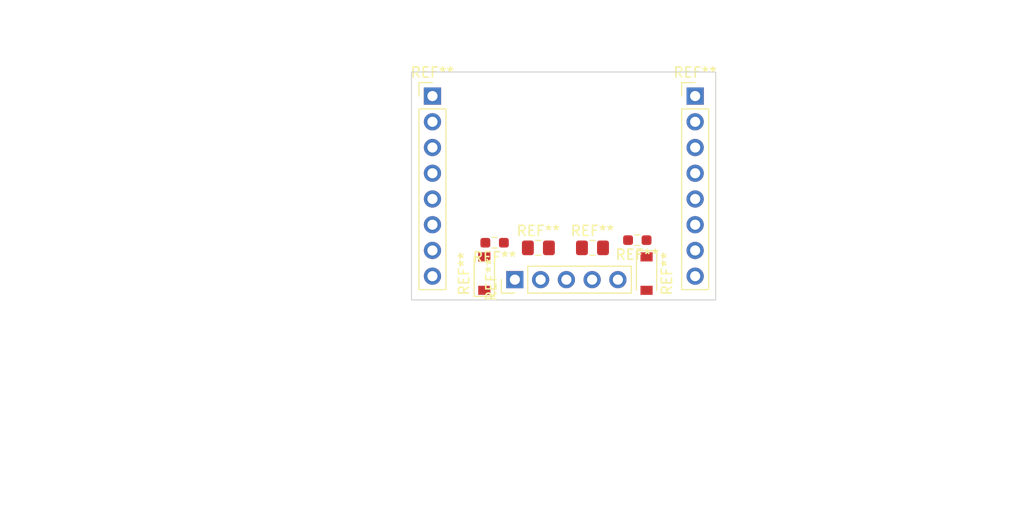
<source format=kicad_pcb>
(kicad_pcb (version 20211014) (generator pcbnew)
  (layers (0 "F.Cu" signal) (31 "B.Cu" signal) (34 "B.Paste" user) (35 "F.Paste" user) (36 "B.SilkS" user "B.Silkscreen") (37 "F.SilkS" user "F.Silkscreen") (38 "B.Mask" user) (39 "F.Mask" user) (44 "Edge.Cuts" user))
  (net 0 "")
  (footprint "Connector_PinHeader_2.54mm:PinHeader_1x08_P2.54mm_Vertical" (layer "F.Cu") (at 163.068 87.376)
    (fp_text reference "REF**" (at 0 -2.33) (layer "F.SilkS"))
    (fp_text value "PinHeader_1x08_P2.54mm_Vertical")
    (fp_line (start -1.33 1.27) (end -1.33 19.11) (layer "F.SilkS") (width 0.12))
    (fp_line (start -1.33 -1.33) (end 0 -1.33) (layer "F.SilkS") (width 0.12))
    (fp_line (start 1.33 1.27) (end 1.33 19.11) (layer "F.SilkS") (width 0.12))
    (fp_line (start -1.33 19.11) (end 1.33 19.11) (layer "F.SilkS") (width 0.12))
    (fp_line (start -1.33 1.27) (end 1.33 1.27) (layer "F.SilkS") (width 0.12))
    (fp_line (start -1.33 0) (end -1.33 -1.33) (layer "F.SilkS") (width 0.12))
    (pad "1" thru_hole rect (at 0 0) (size 1.7 1.7) (drill 1) (layers *.Cu *.Mask))
    (pad "2" thru_hole oval (at 0 2.54) (size 1.7 1.7) (drill 1) (layers *.Cu *.Mask))
    (pad "3" thru_hole oval (at 0 5.08) (size 1.7 1.7) (drill 1) (layers *.Cu *.Mask))
    (pad "4" thru_hole oval (at 0 7.62) (size 1.7 1.7) (drill 1) (layers *.Cu *.Mask))
    (pad "5" thru_hole oval (at 0 10.16) (size 1.7 1.7) (drill 1) (layers *.Cu *.Mask))
    (pad "6" thru_hole oval (at 0 12.7) (size 1.7 1.7) (drill 1) (layers *.Cu *.Mask))
    (pad "7" thru_hole oval (at 0 15.24) (size 1.7 1.7) (drill 1) (layers *.Cu *.Mask))
    (pad "8" thru_hole oval (at 0 17.78) (size 1.7 1.7) (drill 1) (layers *.Cu *.Mask))
  )
  (footprint "Resistor_SMD:R_0603_1608Metric_Pad0.98x0.95mm_HandSolder" (layer "F.Cu") (at 183.2705 101.6 180)
    (fp_text reference "REF**" (at 0 -1.43) (layer "F.SilkS"))
    (fp_text value "R_0603_1608Metric_Pad0.98x0.95mm_HandSolder")
    (fp_line (start -0.254724 0.5225) (end 0.254724 0.5225) (layer "F.SilkS") (width 0.12))
    (fp_line (start -0.254724 -0.5225) (end 0.254724 -0.5225) (layer "F.SilkS") (width 0.12))
    (pad "1" smd roundrect (at -0.9125 0 180) (size 0.975 0.95) (layers "F.Cu" "F.Paste" "F.Mask"))
    (pad "2" smd roundrect (at 0.9125 0 180) (size 0.975 0.95) (layers "F.Cu" "F.Paste" "F.Mask"))
  )
  (footprint "Connector_PinHeader_2.54mm:PinHeader_1x08_P2.54mm_Vertical" (layer "F.Cu") (at 188.976 87.376)
    (fp_text reference "REF**" (at 0 -2.33) (layer "F.SilkS"))
    (fp_text value "PinHeader_1x08_P2.54mm_Vertical")
    (fp_line (start -1.33 1.27) (end -1.33 19.11) (layer "F.SilkS") (width 0.12))
    (fp_line (start -1.33 1.27) (end 1.33 1.27) (layer "F.SilkS") (width 0.12))
    (fp_line (start 1.33 1.27) (end 1.33 19.11) (layer "F.SilkS") (width 0.12))
    (fp_line (start -1.33 19.11) (end 1.33 19.11) (layer "F.SilkS") (width 0.12))
    (fp_line (start -1.33 -1.33) (end 0 -1.33) (layer "F.SilkS") (width 0.12))
    (fp_line (start -1.33 0) (end -1.33 -1.33) (layer "F.SilkS") (width 0.12))
    (pad "1" thru_hole rect (at 0 0) (size 1.7 1.7) (drill 1) (layers *.Cu *.Mask))
    (pad "2" thru_hole oval (at 0 2.54) (size 1.7 1.7) (drill 1) (layers *.Cu *.Mask))
    (pad "3" thru_hole oval (at 0 5.08) (size 1.7 1.7) (drill 1) (layers *.Cu *.Mask))
    (pad "4" thru_hole oval (at 0 7.62) (size 1.7 1.7) (drill 1) (layers *.Cu *.Mask))
    (pad "5" thru_hole oval (at 0 10.16) (size 1.7 1.7) (drill 1) (layers *.Cu *.Mask))
    (pad "6" thru_hole oval (at 0 12.7) (size 1.7 1.7) (drill 1) (layers *.Cu *.Mask))
    (pad "7" thru_hole oval (at 0 15.24) (size 1.7 1.7) (drill 1) (layers *.Cu *.Mask))
    (pad "8" thru_hole oval (at 0 17.78) (size 1.7 1.7) (drill 1) (layers *.Cu *.Mask))
  )
  (footprint "Capacitor_SMD:C_0805_2012Metric_Pad1.18x1.45mm_HandSolder" (layer "F.Cu") (at 178.849 102.362)
    (fp_text reference "REF**" (at 0 -1.68) (layer "F.SilkS"))
    (fp_text value "C_0805_2012Metric_Pad1.18x1.45mm_HandSolder")
    (fp_line (start -0.261252 0.735) (end 0.261252 0.735) (layer "F.SilkS") (width 0.12))
    (fp_line (start -0.261252 -0.735) (end 0.261252 -0.735) (layer "F.SilkS") (width 0.12))
    (pad "1" smd roundrect (at -1.0375 0) (size 1.175 1.45) (layers "F.Cu" "F.Paste" "F.Mask") (roundrect_rratio 0.212766))
    (pad "2" smd roundrect (at 1.0375 0) (size 1.175 1.45) (layers "F.Cu" "F.Paste" "F.Mask") (roundrect_rratio 0.212766))
  )
  (footprint "Capacitor_SMD:C_0805_2012Metric_Pad1.18x1.45mm_HandSolder" (layer "F.Cu") (at 173.515 102.362)
    (fp_text reference "REF**" (at 0 -1.68) (layer "F.SilkS"))
    (fp_text value "C_0805_2012Metric_Pad1.18x1.45mm_HandSolder")
    (fp_line (start -0.261252 -0.735) (end 0.261252 -0.735) (layer "F.SilkS") (width 0.12))
    (fp_line (start -0.261252 0.735) (end 0.261252 0.735) (layer "F.SilkS") (width 0.12))
    (pad "1" smd roundrect (at -1.0375 0) (size 1.175 1.45) (layers "F.Cu" "F.Paste" "F.Mask") (roundrect_rratio 0.212766))
    (pad "2" smd roundrect (at 1.0375 0) (size 1.175 1.45) (layers "F.Cu" "F.Paste" "F.Mask") (roundrect_rratio 0.212766))
  )
  (footprint "Diode_SMD:D_SOD-123" (layer "F.Cu") (at 184.183 104.902 -90)
    (fp_text reference "REF**" (at 0 -2 90) (layer "F.SilkS"))
    (fp_text value "D_SOD-123")
    (fp_line (start -2.25 -1) (end 1.65 -1) (layer "F.SilkS") (width 0.12))
    (fp_line (start -2.25 1) (end 1.65 1) (layer "F.SilkS") (width 0.12))
    (fp_line (start -2.25 -1) (end -2.25 1) (layer "F.SilkS") (width 0.12))
    (pad "1" smd rect (at -1.65 0 270) (size 0.9 1.2) (layers "F.Cu" "F.Paste" "F.Mask"))
    (pad "2" smd rect (at 1.65 0 270) (size 0.9 1.2) (layers "F.Cu" "F.Paste" "F.Mask"))
  )
  (footprint "Resistor_SMD:R_0603_1608Metric_Pad0.98x0.95mm_HandSolder" (layer "F.Cu") (at 169.197 101.854 180)
    (fp_text reference "REF**" (at 0 -1.43) (layer "F.SilkS"))
    (fp_text value "R_0603_1608Metric_Pad0.98x0.95mm_HandSolder")
    (fp_line (start -0.254724 -0.5225) (end 0.254724 -0.5225) (layer "F.SilkS") (width 0.12))
    (fp_line (start -0.254724 0.5225) (end 0.254724 0.5225) (layer "F.SilkS") (width 0.12))
    (pad "1" smd roundrect (at -0.9125 0 180) (size 0.975 0.95) (layers "F.Cu" "F.Paste" "F.Mask"))
    (pad "2" smd roundrect (at 0.9125 0 180) (size 0.975 0.95) (layers "F.Cu" "F.Paste" "F.Mask"))
  )
  (footprint "Connector_PinHeader_2.54mm:PinHeader_1x05_P2.54mm_Vertical" (layer "F.Cu") (at 171.196 105.5 90)
    (fp_text reference "REF**" (at 0 -2.33 90) (layer "F.SilkS"))
    (fp_text value "PinHeader_1x05_P2.54mm_Vertical")
    (fp_line (start -1.33 1.27) (end -1.33 11.49) (layer "F.SilkS") (width 0.12))
    (fp_line (start -1.33 -1.33) (end 0 -1.33) (layer "F.SilkS") (width 0.12))
    (fp_line (start -1.33 1.27) (end 1.33 1.27) (layer "F.SilkS") (width 0.12))
    (fp_line (start -1.33 11.49) (end 1.33 11.49) (layer "F.SilkS") (width 0.12))
    (fp_line (start -1.33 0) (end -1.33 -1.33) (layer "F.SilkS") (width 0.12))
    (fp_line (start 1.33 1.27) (end 1.33 11.49) (layer "F.SilkS") (width 0.12))
    (pad "1" thru_hole rect (at 0 0 90) (size 1.7 1.7) (drill 1) (layers *.Cu *.Mask))
    (pad "2" thru_hole oval (at 0 2.54 90) (size 1.7 1.7) (drill 1) (layers *.Cu *.Mask))
    (pad "3" thru_hole oval (at 0 5.08 90) (size 1.7 1.7) (drill 1) (layers *.Cu *.Mask))
    (pad "4" thru_hole oval (at 0 7.62 90) (size 1.7 1.7) (drill 1) (layers *.Cu *.Mask))
    (pad "5" thru_hole oval (at 0 10.16 90) (size 1.7 1.7) (drill 1) (layers *.Cu *.Mask))
  )
  (footprint "Diode_SMD:D_SOD-123" (layer "F.Cu") (at 168.181 104.902 90)
    (fp_text reference "REF**" (at 0 -2 90) (layer "F.SilkS"))
    (fp_text value "D_SOD-123")
    (fp_line (start -2.25 -1) (end 1.65 -1) (layer "F.SilkS") (width 0.12))
    (fp_line (start -2.25 -1) (end -2.25 1) (layer "F.SilkS") (width 0.12))
    (fp_line (start -2.25 1) (end 1.65 1) (layer "F.SilkS") (width 0.12))
    (pad "1" smd rect (at -1.65 0 90) (size 0.9 1.2) (layers "F.Cu" "F.Paste" "F.Mask"))
    (pad "2" smd rect (at 1.65 0 90) (size 0.9 1.2) (layers "F.Cu" "F.Paste" "F.Mask"))
  )
  (gr_rect (start 161 85) (end 191 107.5) (layer "Edge.Cuts") (width 0.1) (fill none))
)
</source>
